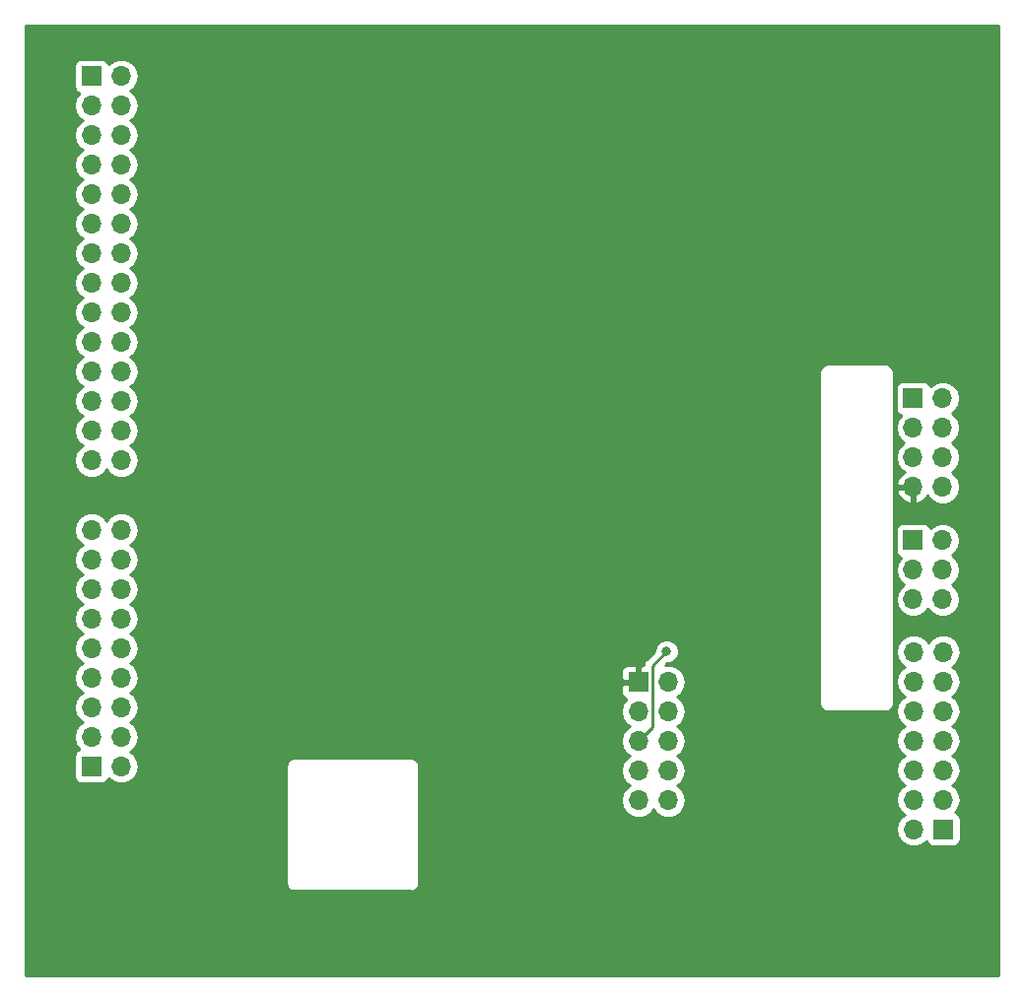
<source format=gbr>
G04 #@! TF.GenerationSoftware,KiCad,Pcbnew,(5.0.0)*
G04 #@! TF.CreationDate,2018-09-25T21:46:24+02:00*
G04 #@! TF.ProjectId,ESP32-Wrover-kit-debug-breakout,45535033322D57726F7665722D6B6974,rev?*
G04 #@! TF.SameCoordinates,Original*
G04 #@! TF.FileFunction,Copper,L2,Bot,Signal*
G04 #@! TF.FilePolarity,Positive*
%FSLAX46Y46*%
G04 Gerber Fmt 4.6, Leading zero omitted, Abs format (unit mm)*
G04 Created by KiCad (PCBNEW (5.0.0)) date 09/25/18 21:46:24*
%MOMM*%
%LPD*%
G01*
G04 APERTURE LIST*
G04 #@! TA.AperFunction,ComponentPad*
%ADD10R,1.700000X1.700000*%
G04 #@! TD*
G04 #@! TA.AperFunction,ComponentPad*
%ADD11O,1.700000X1.700000*%
G04 #@! TD*
G04 #@! TA.AperFunction,ViaPad*
%ADD12C,0.800000*%
G04 #@! TD*
G04 #@! TA.AperFunction,Conductor*
%ADD13C,0.250000*%
G04 #@! TD*
G04 #@! TA.AperFunction,Conductor*
%ADD14C,0.254000*%
G04 #@! TD*
G04 APERTURE END LIST*
D10*
G04 #@! TO.P,J101,1*
G04 #@! TO.N,Net-(J101-Pad1)*
X56350000Y-55080000D03*
D11*
G04 #@! TO.P,J101,2*
G04 #@! TO.N,Net-(J101-Pad2)*
X58890000Y-55080000D03*
G04 #@! TO.P,J101,3*
G04 #@! TO.N,Net-(J101-Pad3)*
X56350000Y-57620000D03*
G04 #@! TO.P,J101,4*
G04 #@! TO.N,Net-(J101-Pad4)*
X58890000Y-57620000D03*
G04 #@! TO.P,J101,5*
G04 #@! TO.N,Net-(J101-Pad5)*
X56350000Y-60160000D03*
G04 #@! TO.P,J101,6*
G04 #@! TO.N,Net-(J101-Pad6)*
X58890000Y-60160000D03*
G04 #@! TO.P,J101,7*
G04 #@! TO.N,Net-(J101-Pad7)*
X56350000Y-62700000D03*
G04 #@! TO.P,J101,8*
G04 #@! TO.N,Net-(J101-Pad8)*
X58890000Y-62700000D03*
G04 #@! TO.P,J101,9*
G04 #@! TO.N,Net-(J101-Pad9)*
X56350000Y-65240000D03*
G04 #@! TO.P,J101,10*
G04 #@! TO.N,Net-(J101-Pad10)*
X58890000Y-65240000D03*
G04 #@! TO.P,J101,11*
G04 #@! TO.N,Net-(J101-Pad11)*
X56350000Y-67780000D03*
G04 #@! TO.P,J101,12*
G04 #@! TO.N,Net-(J101-Pad12)*
X58890000Y-67780000D03*
G04 #@! TO.P,J101,13*
G04 #@! TO.N,Net-(J101-Pad13)*
X56350000Y-70320000D03*
G04 #@! TO.P,J101,14*
G04 #@! TO.N,Net-(J101-Pad14)*
X58890000Y-70320000D03*
G04 #@! TO.P,J101,15*
G04 #@! TO.N,Net-(J101-Pad15)*
X56350000Y-72860000D03*
G04 #@! TO.P,J101,16*
G04 #@! TO.N,Net-(J101-Pad16)*
X58890000Y-72860000D03*
G04 #@! TO.P,J101,17*
G04 #@! TO.N,Net-(J101-Pad17)*
X56350000Y-75400000D03*
G04 #@! TO.P,J101,18*
G04 #@! TO.N,Net-(J101-Pad18)*
X58890000Y-75400000D03*
G04 #@! TO.P,J101,19*
G04 #@! TO.N,Net-(J101-Pad19)*
X56350000Y-77940000D03*
G04 #@! TO.P,J101,20*
G04 #@! TO.N,Net-(J101-Pad20)*
X58890000Y-77940000D03*
G04 #@! TO.P,J101,21*
G04 #@! TO.N,Net-(J101-Pad21)*
X56350000Y-80480000D03*
G04 #@! TO.P,J101,22*
G04 #@! TO.N,Net-(J101-Pad22)*
X58890000Y-80480000D03*
G04 #@! TO.P,J101,23*
G04 #@! TO.N,Net-(J101-Pad23)*
X56350000Y-83020000D03*
G04 #@! TO.P,J101,24*
G04 #@! TO.N,Net-(J101-Pad24)*
X58890000Y-83020000D03*
G04 #@! TO.P,J101,25*
G04 #@! TO.N,Net-(J101-Pad25)*
X56350000Y-85560000D03*
G04 #@! TO.P,J101,26*
G04 #@! TO.N,/IO0_Boot_option*
X58890000Y-85560000D03*
G04 #@! TO.P,J101,27*
G04 #@! TO.N,Net-(J101-Pad27)*
X56350000Y-88100000D03*
G04 #@! TO.P,J101,28*
G04 #@! TO.N,Net-(J101-Pad28)*
X58890000Y-88100000D03*
G04 #@! TD*
D10*
G04 #@! TO.P,J106,1*
G04 #@! TO.N,GND*
X103340000Y-107150000D03*
D11*
G04 #@! TO.P,J106,2*
G04 #@! TO.N,/IO0_Boot_option*
X105880000Y-107150000D03*
G04 #@! TO.P,J106,3*
G04 #@! TO.N,/CH_Enable*
X103340000Y-109690000D03*
G04 #@! TO.P,J106,4*
G04 #@! TO.N,/MTCK*
X105880000Y-109690000D03*
G04 #@! TO.P,J106,5*
G04 #@! TO.N,/TDX*
X103340000Y-112230000D03*
G04 #@! TO.P,J106,6*
G04 #@! TO.N,/MTDI*
X105880000Y-112230000D03*
G04 #@! TO.P,J106,7*
G04 #@! TO.N,/RDX*
X103340000Y-114770000D03*
G04 #@! TO.P,J106,8*
G04 #@! TO.N,/MTDO*
X105880000Y-114770000D03*
G04 #@! TO.P,J106,9*
G04 #@! TO.N,Net-(J106-Pad9)*
X103340000Y-117310000D03*
G04 #@! TO.P,J106,10*
G04 #@! TO.N,/MTMS*
X105880000Y-117310000D03*
G04 #@! TD*
D10*
G04 #@! TO.P,J102,1*
G04 #@! TO.N,Net-(J102-Pad1)*
X56350000Y-114389000D03*
D11*
G04 #@! TO.P,J102,2*
G04 #@! TO.N,Net-(J102-Pad2)*
X58890000Y-114389000D03*
G04 #@! TO.P,J102,3*
G04 #@! TO.N,Net-(J102-Pad3)*
X56350000Y-111849000D03*
G04 #@! TO.P,J102,4*
G04 #@! TO.N,Net-(J102-Pad4)*
X58890000Y-111849000D03*
G04 #@! TO.P,J102,5*
G04 #@! TO.N,Net-(J102-Pad5)*
X56350000Y-109309000D03*
G04 #@! TO.P,J102,6*
G04 #@! TO.N,Net-(J102-Pad6)*
X58890000Y-109309000D03*
G04 #@! TO.P,J102,7*
G04 #@! TO.N,Net-(J102-Pad7)*
X56350000Y-106769000D03*
G04 #@! TO.P,J102,8*
G04 #@! TO.N,Net-(J102-Pad8)*
X58890000Y-106769000D03*
G04 #@! TO.P,J102,9*
G04 #@! TO.N,Net-(J102-Pad9)*
X56350000Y-104229000D03*
G04 #@! TO.P,J102,10*
G04 #@! TO.N,Net-(J102-Pad10)*
X58890000Y-104229000D03*
G04 #@! TO.P,J102,11*
G04 #@! TO.N,Net-(J102-Pad11)*
X56350000Y-101689000D03*
G04 #@! TO.P,J102,12*
G04 #@! TO.N,Net-(J102-Pad12)*
X58890000Y-101689000D03*
G04 #@! TO.P,J102,13*
G04 #@! TO.N,Net-(J102-Pad13)*
X56350000Y-99149000D03*
G04 #@! TO.P,J102,14*
G04 #@! TO.N,Net-(J102-Pad14)*
X58890000Y-99149000D03*
G04 #@! TO.P,J102,15*
G04 #@! TO.N,Net-(J102-Pad15)*
X56350000Y-96609000D03*
G04 #@! TO.P,J102,16*
G04 #@! TO.N,Net-(J102-Pad16)*
X58890000Y-96609000D03*
G04 #@! TO.P,J102,17*
G04 #@! TO.N,Net-(J102-Pad17)*
X56350000Y-94069000D03*
G04 #@! TO.P,J102,18*
G04 #@! TO.N,Net-(J102-Pad18)*
X58890000Y-94069000D03*
G04 #@! TD*
D10*
G04 #@! TO.P,J104,1*
G04 #@! TO.N,Net-(J104-Pad1)*
X126929000Y-94980000D03*
D11*
G04 #@! TO.P,J104,2*
G04 #@! TO.N,Net-(J104-Pad2)*
X129469000Y-94980000D03*
G04 #@! TO.P,J104,3*
G04 #@! TO.N,Net-(J104-Pad3)*
X126929000Y-97520000D03*
G04 #@! TO.P,J104,4*
G04 #@! TO.N,Net-(J104-Pad4)*
X129469000Y-97520000D03*
G04 #@! TO.P,J104,5*
G04 #@! TO.N,Net-(J104-Pad5)*
X126929000Y-100060000D03*
G04 #@! TO.P,J104,6*
G04 #@! TO.N,Net-(J104-Pad6)*
X129469000Y-100060000D03*
G04 #@! TD*
D10*
G04 #@! TO.P,J103,1*
G04 #@! TO.N,Net-(J103-Pad1)*
X126929000Y-82767000D03*
D11*
G04 #@! TO.P,J103,2*
G04 #@! TO.N,Net-(J103-Pad2)*
X129469000Y-82767000D03*
G04 #@! TO.P,J103,3*
G04 #@! TO.N,/RDX*
X126929000Y-85307000D03*
G04 #@! TO.P,J103,4*
G04 #@! TO.N,Net-(J103-Pad4)*
X129469000Y-85307000D03*
G04 #@! TO.P,J103,5*
G04 #@! TO.N,/TDX*
X126929000Y-87847000D03*
G04 #@! TO.P,J103,6*
G04 #@! TO.N,Net-(J103-Pad6)*
X129469000Y-87847000D03*
G04 #@! TO.P,J103,7*
G04 #@! TO.N,GND*
X126929000Y-90387000D03*
G04 #@! TO.P,J103,8*
G04 #@! TO.N,Net-(J103-Pad8)*
X129469000Y-90387000D03*
G04 #@! TD*
D10*
G04 #@! TO.P,J105,1*
G04 #@! TO.N,Net-(J105-Pad1)*
X129509000Y-119792000D03*
D11*
G04 #@! TO.P,J105,2*
G04 #@! TO.N,/CH_Enable*
X126969000Y-119792000D03*
G04 #@! TO.P,J105,3*
G04 #@! TO.N,Net-(J105-Pad3)*
X129509000Y-117252000D03*
G04 #@! TO.P,J105,4*
G04 #@! TO.N,/MTMS*
X126969000Y-117252000D03*
G04 #@! TO.P,J105,5*
G04 #@! TO.N,Net-(J105-Pad5)*
X129509000Y-114712000D03*
G04 #@! TO.P,J105,6*
G04 #@! TO.N,/MTDO*
X126969000Y-114712000D03*
G04 #@! TO.P,J105,7*
G04 #@! TO.N,Net-(J105-Pad7)*
X129509000Y-112172000D03*
G04 #@! TO.P,J105,8*
G04 #@! TO.N,/MTDI*
X126969000Y-112172000D03*
G04 #@! TO.P,J105,9*
G04 #@! TO.N,Net-(J105-Pad9)*
X129509000Y-109632000D03*
G04 #@! TO.P,J105,10*
G04 #@! TO.N,/MTCK*
X126969000Y-109632000D03*
G04 #@! TO.P,J105,11*
G04 #@! TO.N,Net-(J105-Pad11)*
X129509000Y-107092000D03*
G04 #@! TO.P,J105,12*
G04 #@! TO.N,Net-(J105-Pad12)*
X126969000Y-107092000D03*
G04 #@! TO.P,J105,13*
G04 #@! TO.N,Net-(J105-Pad13)*
X129509000Y-104552000D03*
G04 #@! TO.P,J105,14*
G04 #@! TO.N,Net-(J105-Pad14)*
X126969000Y-104552000D03*
G04 #@! TD*
D12*
G04 #@! TO.N,GND*
X51100000Y-51070000D03*
X56100000Y-51070000D03*
X61100000Y-51070000D03*
X66100000Y-51070000D03*
X71100000Y-51070000D03*
X76100000Y-51070000D03*
X81100000Y-51070000D03*
X86100000Y-51070000D03*
X91100000Y-51070000D03*
X96100000Y-51070000D03*
X101100000Y-51070000D03*
X106100000Y-51070000D03*
X111100000Y-51070000D03*
X116100000Y-51070000D03*
X121100000Y-51070000D03*
X126100000Y-51070000D03*
X51100000Y-131070000D03*
X62220000Y-131870000D03*
X67220000Y-131870000D03*
X72220000Y-131870000D03*
X77220000Y-131870000D03*
X82220000Y-131870000D03*
X87220000Y-131870000D03*
X92220000Y-131870000D03*
X97220000Y-131870000D03*
X102220000Y-131870000D03*
X107220000Y-131870000D03*
X112220000Y-131870000D03*
X122220000Y-131870000D03*
X127220000Y-131870000D03*
X133760000Y-51070000D03*
X51100000Y-56070000D03*
X51100000Y-61070000D03*
X51100000Y-66070000D03*
X51100000Y-71070000D03*
X51100000Y-76070000D03*
X51100000Y-81070000D03*
X51100000Y-86070000D03*
X51100000Y-91070000D03*
X51100000Y-96070000D03*
X51100000Y-101070000D03*
X51100000Y-106070000D03*
X51100000Y-111070000D03*
X51100000Y-116070000D03*
X51100000Y-121070000D03*
X51100000Y-126070000D03*
X51100000Y-131070000D03*
X133760000Y-56070000D03*
X133760000Y-61070000D03*
X133760000Y-66070000D03*
X133760000Y-71070000D03*
X133760000Y-76070000D03*
X133760000Y-81070000D03*
X133760000Y-86070000D03*
X133760000Y-91070000D03*
X133760000Y-96070000D03*
X133760000Y-101070000D03*
X133760000Y-106070000D03*
X133760000Y-111070000D03*
X133760000Y-116070000D03*
X133760000Y-121070000D03*
X133760000Y-126070000D03*
X133760000Y-131070000D03*
X55080000Y-131870000D03*
X130010000Y-72860000D03*
X130010000Y-80480000D03*
X109690000Y-110960000D03*
X123660000Y-110960000D03*
X123660000Y-113500000D03*
X123660000Y-116040000D03*
X123660000Y-118580000D03*
X109690000Y-118580000D03*
X109690000Y-116040000D03*
X109690000Y-113500000D03*
X118199000Y-83316000D03*
X108928000Y-92841000D03*
X118199000Y-87808000D03*
X118199000Y-92808000D03*
X118199000Y-97808000D03*
X118199000Y-102808000D03*
X118199000Y-107808000D03*
X113373000Y-107827000D03*
X108928000Y-97841000D03*
X108928000Y-102841000D03*
X108928000Y-107841000D03*
X112230000Y-89539000D03*
X115532000Y-86364000D03*
X72479000Y-113161000D03*
X77479000Y-113161000D03*
X82479000Y-113161000D03*
X85193000Y-113161000D03*
X72479000Y-118161000D03*
X85193000Y-118161000D03*
X72479000Y-123161000D03*
X85193000Y-123161000D03*
X72479000Y-125748000D03*
X77479000Y-125748000D03*
X82479000Y-125748000D03*
X85193000Y-125748000D03*
X117220000Y-131870000D03*
G04 #@! TO.N,/TDX*
X105753000Y-104525000D03*
G04 #@! TD*
D13*
G04 #@! TO.N,/TDX*
X104189999Y-111380001D02*
X103340000Y-112230000D01*
X104515001Y-111054999D02*
X104189999Y-111380001D01*
X104515001Y-105762999D02*
X104515001Y-111054999D01*
X105753000Y-104525000D02*
X104515001Y-105762999D01*
G04 #@! TD*
D14*
G04 #@! TO.N,GND*
G36*
X134290001Y-132390000D02*
X50710000Y-132390000D01*
X50710000Y-94069000D01*
X54835908Y-94069000D01*
X54951161Y-94648418D01*
X55279375Y-95139625D01*
X55577761Y-95339000D01*
X55279375Y-95538375D01*
X54951161Y-96029582D01*
X54835908Y-96609000D01*
X54951161Y-97188418D01*
X55279375Y-97679625D01*
X55577761Y-97879000D01*
X55279375Y-98078375D01*
X54951161Y-98569582D01*
X54835908Y-99149000D01*
X54951161Y-99728418D01*
X55279375Y-100219625D01*
X55577761Y-100419000D01*
X55279375Y-100618375D01*
X54951161Y-101109582D01*
X54835908Y-101689000D01*
X54951161Y-102268418D01*
X55279375Y-102759625D01*
X55577761Y-102959000D01*
X55279375Y-103158375D01*
X54951161Y-103649582D01*
X54835908Y-104229000D01*
X54951161Y-104808418D01*
X55279375Y-105299625D01*
X55577761Y-105499000D01*
X55279375Y-105698375D01*
X54951161Y-106189582D01*
X54835908Y-106769000D01*
X54951161Y-107348418D01*
X55279375Y-107839625D01*
X55577761Y-108039000D01*
X55279375Y-108238375D01*
X54951161Y-108729582D01*
X54835908Y-109309000D01*
X54951161Y-109888418D01*
X55279375Y-110379625D01*
X55577761Y-110579000D01*
X55279375Y-110778375D01*
X54951161Y-111269582D01*
X54835908Y-111849000D01*
X54951161Y-112428418D01*
X55279375Y-112919625D01*
X55297619Y-112931816D01*
X55252235Y-112940843D01*
X55042191Y-113081191D01*
X54901843Y-113291235D01*
X54852560Y-113539000D01*
X54852560Y-115239000D01*
X54901843Y-115486765D01*
X55042191Y-115696809D01*
X55252235Y-115837157D01*
X55500000Y-115886440D01*
X57200000Y-115886440D01*
X57447765Y-115837157D01*
X57657809Y-115696809D01*
X57798157Y-115486765D01*
X57807184Y-115441381D01*
X57819375Y-115459625D01*
X58310582Y-115787839D01*
X58743744Y-115874000D01*
X59036256Y-115874000D01*
X59469418Y-115787839D01*
X59960625Y-115459625D01*
X60288839Y-114968418D01*
X60401307Y-114403000D01*
X73039091Y-114403000D01*
X73053000Y-114472926D01*
X73053001Y-124333069D01*
X73039091Y-124403000D01*
X73094195Y-124680028D01*
X73251119Y-124914881D01*
X73485972Y-125071805D01*
X73693074Y-125113000D01*
X73693075Y-125113000D01*
X73763000Y-125126909D01*
X73832926Y-125113000D01*
X83693075Y-125113000D01*
X83763000Y-125126909D01*
X84040028Y-125071805D01*
X84274881Y-124914881D01*
X84431805Y-124680028D01*
X84473000Y-124472926D01*
X84486909Y-124403000D01*
X84473000Y-124333074D01*
X84473000Y-114472926D01*
X84486909Y-114403000D01*
X84431805Y-114125972D01*
X84274881Y-113891119D01*
X84040028Y-113734195D01*
X83832926Y-113693000D01*
X83832925Y-113693000D01*
X83763000Y-113679091D01*
X83693074Y-113693000D01*
X73832925Y-113693000D01*
X73763000Y-113679091D01*
X73693074Y-113693000D01*
X73485972Y-113734195D01*
X73251119Y-113891119D01*
X73094195Y-114125972D01*
X73039091Y-114403000D01*
X60401307Y-114403000D01*
X60404092Y-114389000D01*
X60288839Y-113809582D01*
X59960625Y-113318375D01*
X59662239Y-113119000D01*
X59960625Y-112919625D01*
X60288839Y-112428418D01*
X60404092Y-111849000D01*
X60288839Y-111269582D01*
X59960625Y-110778375D01*
X59662239Y-110579000D01*
X59960625Y-110379625D01*
X60288839Y-109888418D01*
X60328306Y-109690000D01*
X101825908Y-109690000D01*
X101941161Y-110269418D01*
X102269375Y-110760625D01*
X102567761Y-110960000D01*
X102269375Y-111159375D01*
X101941161Y-111650582D01*
X101825908Y-112230000D01*
X101941161Y-112809418D01*
X102269375Y-113300625D01*
X102567761Y-113500000D01*
X102269375Y-113699375D01*
X101941161Y-114190582D01*
X101825908Y-114770000D01*
X101941161Y-115349418D01*
X102269375Y-115840625D01*
X102567761Y-116040000D01*
X102269375Y-116239375D01*
X101941161Y-116730582D01*
X101825908Y-117310000D01*
X101941161Y-117889418D01*
X102269375Y-118380625D01*
X102760582Y-118708839D01*
X103193744Y-118795000D01*
X103486256Y-118795000D01*
X103919418Y-118708839D01*
X104410625Y-118380625D01*
X104610000Y-118082239D01*
X104809375Y-118380625D01*
X105300582Y-118708839D01*
X105733744Y-118795000D01*
X106026256Y-118795000D01*
X106459418Y-118708839D01*
X106950625Y-118380625D01*
X107278839Y-117889418D01*
X107394092Y-117310000D01*
X107278839Y-116730582D01*
X106950625Y-116239375D01*
X106652239Y-116040000D01*
X106950625Y-115840625D01*
X107278839Y-115349418D01*
X107394092Y-114770000D01*
X107278839Y-114190582D01*
X106950625Y-113699375D01*
X106652239Y-113500000D01*
X106950625Y-113300625D01*
X107278839Y-112809418D01*
X107394092Y-112230000D01*
X107278839Y-111650582D01*
X106950625Y-111159375D01*
X106652239Y-110960000D01*
X106950625Y-110760625D01*
X107278839Y-110269418D01*
X107394092Y-109690000D01*
X107278839Y-109110582D01*
X106950625Y-108619375D01*
X106652239Y-108420000D01*
X106950625Y-108220625D01*
X107278839Y-107729418D01*
X107394092Y-107150000D01*
X107278839Y-106570582D01*
X106950625Y-106079375D01*
X106459418Y-105751161D01*
X106026256Y-105665000D01*
X105733744Y-105665000D01*
X105676394Y-105676408D01*
X105792802Y-105560000D01*
X105958874Y-105560000D01*
X106339280Y-105402431D01*
X106630431Y-105111280D01*
X106788000Y-104730874D01*
X106788000Y-104319126D01*
X106630431Y-103938720D01*
X106339280Y-103647569D01*
X105958874Y-103490000D01*
X105547126Y-103490000D01*
X105166720Y-103647569D01*
X104875569Y-103938720D01*
X104718000Y-104319126D01*
X104718000Y-104485198D01*
X104030531Y-105172668D01*
X103967072Y-105215070D01*
X103799097Y-105466463D01*
X103759605Y-105665000D01*
X103625750Y-105665000D01*
X103467000Y-105823750D01*
X103467000Y-107023000D01*
X103487000Y-107023000D01*
X103487000Y-107277000D01*
X103467000Y-107277000D01*
X103467000Y-107297000D01*
X103213000Y-107297000D01*
X103213000Y-107277000D01*
X102013750Y-107277000D01*
X101855000Y-107435750D01*
X101855000Y-108126310D01*
X101951673Y-108359699D01*
X102130302Y-108538327D01*
X102291033Y-108604904D01*
X102269375Y-108619375D01*
X101941161Y-109110582D01*
X101825908Y-109690000D01*
X60328306Y-109690000D01*
X60404092Y-109309000D01*
X60288839Y-108729582D01*
X59960625Y-108238375D01*
X59662239Y-108039000D01*
X59960625Y-107839625D01*
X60288839Y-107348418D01*
X60404092Y-106769000D01*
X60288839Y-106189582D01*
X60278221Y-106173690D01*
X101855000Y-106173690D01*
X101855000Y-106864250D01*
X102013750Y-107023000D01*
X103213000Y-107023000D01*
X103213000Y-105823750D01*
X103054250Y-105665000D01*
X102363691Y-105665000D01*
X102130302Y-105761673D01*
X101951673Y-105940301D01*
X101855000Y-106173690D01*
X60278221Y-106173690D01*
X59960625Y-105698375D01*
X59662239Y-105499000D01*
X59960625Y-105299625D01*
X60288839Y-104808418D01*
X60404092Y-104229000D01*
X60288839Y-103649582D01*
X59960625Y-103158375D01*
X59662239Y-102959000D01*
X59960625Y-102759625D01*
X60288839Y-102268418D01*
X60404092Y-101689000D01*
X60288839Y-101109582D01*
X59960625Y-100618375D01*
X59662239Y-100419000D01*
X59960625Y-100219625D01*
X60288839Y-99728418D01*
X60404092Y-99149000D01*
X60288839Y-98569582D01*
X59960625Y-98078375D01*
X59662239Y-97879000D01*
X59960625Y-97679625D01*
X60288839Y-97188418D01*
X60404092Y-96609000D01*
X60288839Y-96029582D01*
X59960625Y-95538375D01*
X59662239Y-95339000D01*
X59960625Y-95139625D01*
X60288839Y-94648418D01*
X60404092Y-94069000D01*
X60288839Y-93489582D01*
X59960625Y-92998375D01*
X59469418Y-92670161D01*
X59036256Y-92584000D01*
X58743744Y-92584000D01*
X58310582Y-92670161D01*
X57819375Y-92998375D01*
X57620000Y-93296761D01*
X57420625Y-92998375D01*
X56929418Y-92670161D01*
X56496256Y-92584000D01*
X56203744Y-92584000D01*
X55770582Y-92670161D01*
X55279375Y-92998375D01*
X54951161Y-93489582D01*
X54835908Y-94069000D01*
X50710000Y-94069000D01*
X50710000Y-57620000D01*
X54835908Y-57620000D01*
X54951161Y-58199418D01*
X55279375Y-58690625D01*
X55577761Y-58890000D01*
X55279375Y-59089375D01*
X54951161Y-59580582D01*
X54835908Y-60160000D01*
X54951161Y-60739418D01*
X55279375Y-61230625D01*
X55577761Y-61430000D01*
X55279375Y-61629375D01*
X54951161Y-62120582D01*
X54835908Y-62700000D01*
X54951161Y-63279418D01*
X55279375Y-63770625D01*
X55577761Y-63970000D01*
X55279375Y-64169375D01*
X54951161Y-64660582D01*
X54835908Y-65240000D01*
X54951161Y-65819418D01*
X55279375Y-66310625D01*
X55577761Y-66510000D01*
X55279375Y-66709375D01*
X54951161Y-67200582D01*
X54835908Y-67780000D01*
X54951161Y-68359418D01*
X55279375Y-68850625D01*
X55577761Y-69050000D01*
X55279375Y-69249375D01*
X54951161Y-69740582D01*
X54835908Y-70320000D01*
X54951161Y-70899418D01*
X55279375Y-71390625D01*
X55577761Y-71590000D01*
X55279375Y-71789375D01*
X54951161Y-72280582D01*
X54835908Y-72860000D01*
X54951161Y-73439418D01*
X55279375Y-73930625D01*
X55577761Y-74130000D01*
X55279375Y-74329375D01*
X54951161Y-74820582D01*
X54835908Y-75400000D01*
X54951161Y-75979418D01*
X55279375Y-76470625D01*
X55577761Y-76670000D01*
X55279375Y-76869375D01*
X54951161Y-77360582D01*
X54835908Y-77940000D01*
X54951161Y-78519418D01*
X55279375Y-79010625D01*
X55577761Y-79210000D01*
X55279375Y-79409375D01*
X54951161Y-79900582D01*
X54835908Y-80480000D01*
X54951161Y-81059418D01*
X55279375Y-81550625D01*
X55577761Y-81750000D01*
X55279375Y-81949375D01*
X54951161Y-82440582D01*
X54835908Y-83020000D01*
X54951161Y-83599418D01*
X55279375Y-84090625D01*
X55577761Y-84290000D01*
X55279375Y-84489375D01*
X54951161Y-84980582D01*
X54835908Y-85560000D01*
X54951161Y-86139418D01*
X55279375Y-86630625D01*
X55577761Y-86830000D01*
X55279375Y-87029375D01*
X54951161Y-87520582D01*
X54835908Y-88100000D01*
X54951161Y-88679418D01*
X55279375Y-89170625D01*
X55770582Y-89498839D01*
X56203744Y-89585000D01*
X56496256Y-89585000D01*
X56929418Y-89498839D01*
X57420625Y-89170625D01*
X57620000Y-88872239D01*
X57819375Y-89170625D01*
X58310582Y-89498839D01*
X58743744Y-89585000D01*
X59036256Y-89585000D01*
X59469418Y-89498839D01*
X59960625Y-89170625D01*
X60288839Y-88679418D01*
X60404092Y-88100000D01*
X60288839Y-87520582D01*
X59960625Y-87029375D01*
X59662239Y-86830000D01*
X59960625Y-86630625D01*
X60288839Y-86139418D01*
X60404092Y-85560000D01*
X60288839Y-84980582D01*
X59960625Y-84489375D01*
X59662239Y-84290000D01*
X59960625Y-84090625D01*
X60288839Y-83599418D01*
X60404092Y-83020000D01*
X60288839Y-82440582D01*
X59960625Y-81949375D01*
X59662239Y-81750000D01*
X59960625Y-81550625D01*
X60288839Y-81059418D01*
X60395737Y-80522000D01*
X118872091Y-80522000D01*
X118886001Y-80591931D01*
X118886000Y-108900074D01*
X118872091Y-108970000D01*
X118927195Y-109247028D01*
X119084119Y-109481881D01*
X119308788Y-109632000D01*
X119318972Y-109638805D01*
X119596000Y-109693909D01*
X119665925Y-109680000D01*
X124479075Y-109680000D01*
X124549000Y-109693909D01*
X124826028Y-109638805D01*
X125060881Y-109481881D01*
X125217805Y-109247028D01*
X125259000Y-109039926D01*
X125259000Y-109039925D01*
X125272909Y-108970000D01*
X125259000Y-108900074D01*
X125259000Y-104552000D01*
X125454908Y-104552000D01*
X125570161Y-105131418D01*
X125898375Y-105622625D01*
X126196761Y-105822000D01*
X125898375Y-106021375D01*
X125570161Y-106512582D01*
X125454908Y-107092000D01*
X125570161Y-107671418D01*
X125898375Y-108162625D01*
X126196761Y-108362000D01*
X125898375Y-108561375D01*
X125570161Y-109052582D01*
X125454908Y-109632000D01*
X125570161Y-110211418D01*
X125898375Y-110702625D01*
X126196761Y-110902000D01*
X125898375Y-111101375D01*
X125570161Y-111592582D01*
X125454908Y-112172000D01*
X125570161Y-112751418D01*
X125898375Y-113242625D01*
X126196761Y-113442000D01*
X125898375Y-113641375D01*
X125570161Y-114132582D01*
X125454908Y-114712000D01*
X125570161Y-115291418D01*
X125898375Y-115782625D01*
X126196761Y-115982000D01*
X125898375Y-116181375D01*
X125570161Y-116672582D01*
X125454908Y-117252000D01*
X125570161Y-117831418D01*
X125898375Y-118322625D01*
X126196761Y-118522000D01*
X125898375Y-118721375D01*
X125570161Y-119212582D01*
X125454908Y-119792000D01*
X125570161Y-120371418D01*
X125898375Y-120862625D01*
X126389582Y-121190839D01*
X126822744Y-121277000D01*
X127115256Y-121277000D01*
X127548418Y-121190839D01*
X128039625Y-120862625D01*
X128051816Y-120844381D01*
X128060843Y-120889765D01*
X128201191Y-121099809D01*
X128411235Y-121240157D01*
X128659000Y-121289440D01*
X130359000Y-121289440D01*
X130606765Y-121240157D01*
X130816809Y-121099809D01*
X130957157Y-120889765D01*
X131006440Y-120642000D01*
X131006440Y-118942000D01*
X130957157Y-118694235D01*
X130816809Y-118484191D01*
X130606765Y-118343843D01*
X130561381Y-118334816D01*
X130579625Y-118322625D01*
X130907839Y-117831418D01*
X131023092Y-117252000D01*
X130907839Y-116672582D01*
X130579625Y-116181375D01*
X130281239Y-115982000D01*
X130579625Y-115782625D01*
X130907839Y-115291418D01*
X131023092Y-114712000D01*
X130907839Y-114132582D01*
X130579625Y-113641375D01*
X130281239Y-113442000D01*
X130579625Y-113242625D01*
X130907839Y-112751418D01*
X131023092Y-112172000D01*
X130907839Y-111592582D01*
X130579625Y-111101375D01*
X130281239Y-110902000D01*
X130579625Y-110702625D01*
X130907839Y-110211418D01*
X131023092Y-109632000D01*
X130907839Y-109052582D01*
X130579625Y-108561375D01*
X130281239Y-108362000D01*
X130579625Y-108162625D01*
X130907839Y-107671418D01*
X131023092Y-107092000D01*
X130907839Y-106512582D01*
X130579625Y-106021375D01*
X130281239Y-105822000D01*
X130579625Y-105622625D01*
X130907839Y-105131418D01*
X131023092Y-104552000D01*
X130907839Y-103972582D01*
X130579625Y-103481375D01*
X130088418Y-103153161D01*
X129655256Y-103067000D01*
X129362744Y-103067000D01*
X128929582Y-103153161D01*
X128438375Y-103481375D01*
X128239000Y-103779761D01*
X128039625Y-103481375D01*
X127548418Y-103153161D01*
X127115256Y-103067000D01*
X126822744Y-103067000D01*
X126389582Y-103153161D01*
X125898375Y-103481375D01*
X125570161Y-103972582D01*
X125454908Y-104552000D01*
X125259000Y-104552000D01*
X125259000Y-97520000D01*
X125414908Y-97520000D01*
X125530161Y-98099418D01*
X125858375Y-98590625D01*
X126156761Y-98790000D01*
X125858375Y-98989375D01*
X125530161Y-99480582D01*
X125414908Y-100060000D01*
X125530161Y-100639418D01*
X125858375Y-101130625D01*
X126349582Y-101458839D01*
X126782744Y-101545000D01*
X127075256Y-101545000D01*
X127508418Y-101458839D01*
X127999625Y-101130625D01*
X128199000Y-100832239D01*
X128398375Y-101130625D01*
X128889582Y-101458839D01*
X129322744Y-101545000D01*
X129615256Y-101545000D01*
X130048418Y-101458839D01*
X130539625Y-101130625D01*
X130867839Y-100639418D01*
X130983092Y-100060000D01*
X130867839Y-99480582D01*
X130539625Y-98989375D01*
X130241239Y-98790000D01*
X130539625Y-98590625D01*
X130867839Y-98099418D01*
X130983092Y-97520000D01*
X130867839Y-96940582D01*
X130539625Y-96449375D01*
X130241239Y-96250000D01*
X130539625Y-96050625D01*
X130867839Y-95559418D01*
X130983092Y-94980000D01*
X130867839Y-94400582D01*
X130539625Y-93909375D01*
X130048418Y-93581161D01*
X129615256Y-93495000D01*
X129322744Y-93495000D01*
X128889582Y-93581161D01*
X128398375Y-93909375D01*
X128386184Y-93927619D01*
X128377157Y-93882235D01*
X128236809Y-93672191D01*
X128026765Y-93531843D01*
X127779000Y-93482560D01*
X126079000Y-93482560D01*
X125831235Y-93531843D01*
X125621191Y-93672191D01*
X125480843Y-93882235D01*
X125431560Y-94130000D01*
X125431560Y-95830000D01*
X125480843Y-96077765D01*
X125621191Y-96287809D01*
X125831235Y-96428157D01*
X125876619Y-96437184D01*
X125858375Y-96449375D01*
X125530161Y-96940582D01*
X125414908Y-97520000D01*
X125259000Y-97520000D01*
X125259000Y-90743890D01*
X125487524Y-90743890D01*
X125657355Y-91153924D01*
X126047642Y-91582183D01*
X126572108Y-91828486D01*
X126802000Y-91707819D01*
X126802000Y-90514000D01*
X125608845Y-90514000D01*
X125487524Y-90743890D01*
X125259000Y-90743890D01*
X125259000Y-85307000D01*
X125414908Y-85307000D01*
X125530161Y-85886418D01*
X125858375Y-86377625D01*
X126156761Y-86577000D01*
X125858375Y-86776375D01*
X125530161Y-87267582D01*
X125414908Y-87847000D01*
X125530161Y-88426418D01*
X125858375Y-88917625D01*
X126177478Y-89130843D01*
X126047642Y-89191817D01*
X125657355Y-89620076D01*
X125487524Y-90030110D01*
X125608845Y-90260000D01*
X126802000Y-90260000D01*
X126802000Y-90240000D01*
X127056000Y-90240000D01*
X127056000Y-90260000D01*
X127076000Y-90260000D01*
X127076000Y-90514000D01*
X127056000Y-90514000D01*
X127056000Y-91707819D01*
X127285892Y-91828486D01*
X127810358Y-91582183D01*
X128197647Y-91157214D01*
X128398375Y-91457625D01*
X128889582Y-91785839D01*
X129322744Y-91872000D01*
X129615256Y-91872000D01*
X130048418Y-91785839D01*
X130539625Y-91457625D01*
X130867839Y-90966418D01*
X130983092Y-90387000D01*
X130867839Y-89807582D01*
X130539625Y-89316375D01*
X130241239Y-89117000D01*
X130539625Y-88917625D01*
X130867839Y-88426418D01*
X130983092Y-87847000D01*
X130867839Y-87267582D01*
X130539625Y-86776375D01*
X130241239Y-86577000D01*
X130539625Y-86377625D01*
X130867839Y-85886418D01*
X130983092Y-85307000D01*
X130867839Y-84727582D01*
X130539625Y-84236375D01*
X130241239Y-84037000D01*
X130539625Y-83837625D01*
X130867839Y-83346418D01*
X130983092Y-82767000D01*
X130867839Y-82187582D01*
X130539625Y-81696375D01*
X130048418Y-81368161D01*
X129615256Y-81282000D01*
X129322744Y-81282000D01*
X128889582Y-81368161D01*
X128398375Y-81696375D01*
X128386184Y-81714619D01*
X128377157Y-81669235D01*
X128236809Y-81459191D01*
X128026765Y-81318843D01*
X127779000Y-81269560D01*
X126079000Y-81269560D01*
X125831235Y-81318843D01*
X125621191Y-81459191D01*
X125480843Y-81669235D01*
X125431560Y-81917000D01*
X125431560Y-83617000D01*
X125480843Y-83864765D01*
X125621191Y-84074809D01*
X125831235Y-84215157D01*
X125876619Y-84224184D01*
X125858375Y-84236375D01*
X125530161Y-84727582D01*
X125414908Y-85307000D01*
X125259000Y-85307000D01*
X125259000Y-80591926D01*
X125272909Y-80522000D01*
X125217805Y-80244972D01*
X125060881Y-80010119D01*
X124826028Y-79853195D01*
X124618926Y-79812000D01*
X124618925Y-79812000D01*
X124549000Y-79798091D01*
X124479074Y-79812000D01*
X119665926Y-79812000D01*
X119596000Y-79798091D01*
X119526075Y-79812000D01*
X119526074Y-79812000D01*
X119318972Y-79853195D01*
X119084119Y-80010119D01*
X118927195Y-80244972D01*
X118872091Y-80522000D01*
X60395737Y-80522000D01*
X60404092Y-80480000D01*
X60288839Y-79900582D01*
X59960625Y-79409375D01*
X59662239Y-79210000D01*
X59960625Y-79010625D01*
X60288839Y-78519418D01*
X60404092Y-77940000D01*
X60288839Y-77360582D01*
X59960625Y-76869375D01*
X59662239Y-76670000D01*
X59960625Y-76470625D01*
X60288839Y-75979418D01*
X60404092Y-75400000D01*
X60288839Y-74820582D01*
X59960625Y-74329375D01*
X59662239Y-74130000D01*
X59960625Y-73930625D01*
X60288839Y-73439418D01*
X60404092Y-72860000D01*
X60288839Y-72280582D01*
X59960625Y-71789375D01*
X59662239Y-71590000D01*
X59960625Y-71390625D01*
X60288839Y-70899418D01*
X60404092Y-70320000D01*
X60288839Y-69740582D01*
X59960625Y-69249375D01*
X59662239Y-69050000D01*
X59960625Y-68850625D01*
X60288839Y-68359418D01*
X60404092Y-67780000D01*
X60288839Y-67200582D01*
X59960625Y-66709375D01*
X59662239Y-66510000D01*
X59960625Y-66310625D01*
X60288839Y-65819418D01*
X60404092Y-65240000D01*
X60288839Y-64660582D01*
X59960625Y-64169375D01*
X59662239Y-63970000D01*
X59960625Y-63770625D01*
X60288839Y-63279418D01*
X60404092Y-62700000D01*
X60288839Y-62120582D01*
X59960625Y-61629375D01*
X59662239Y-61430000D01*
X59960625Y-61230625D01*
X60288839Y-60739418D01*
X60404092Y-60160000D01*
X60288839Y-59580582D01*
X59960625Y-59089375D01*
X59662239Y-58890000D01*
X59960625Y-58690625D01*
X60288839Y-58199418D01*
X60404092Y-57620000D01*
X60288839Y-57040582D01*
X59960625Y-56549375D01*
X59662239Y-56350000D01*
X59960625Y-56150625D01*
X60288839Y-55659418D01*
X60404092Y-55080000D01*
X60288839Y-54500582D01*
X59960625Y-54009375D01*
X59469418Y-53681161D01*
X59036256Y-53595000D01*
X58743744Y-53595000D01*
X58310582Y-53681161D01*
X57819375Y-54009375D01*
X57807184Y-54027619D01*
X57798157Y-53982235D01*
X57657809Y-53772191D01*
X57447765Y-53631843D01*
X57200000Y-53582560D01*
X55500000Y-53582560D01*
X55252235Y-53631843D01*
X55042191Y-53772191D01*
X54901843Y-53982235D01*
X54852560Y-54230000D01*
X54852560Y-55930000D01*
X54901843Y-56177765D01*
X55042191Y-56387809D01*
X55252235Y-56528157D01*
X55297619Y-56537184D01*
X55279375Y-56549375D01*
X54951161Y-57040582D01*
X54835908Y-57620000D01*
X50710000Y-57620000D01*
X50710000Y-50710000D01*
X134290000Y-50710000D01*
X134290001Y-132390000D01*
X134290001Y-132390000D01*
G37*
X134290001Y-132390000D02*
X50710000Y-132390000D01*
X50710000Y-94069000D01*
X54835908Y-94069000D01*
X54951161Y-94648418D01*
X55279375Y-95139625D01*
X55577761Y-95339000D01*
X55279375Y-95538375D01*
X54951161Y-96029582D01*
X54835908Y-96609000D01*
X54951161Y-97188418D01*
X55279375Y-97679625D01*
X55577761Y-97879000D01*
X55279375Y-98078375D01*
X54951161Y-98569582D01*
X54835908Y-99149000D01*
X54951161Y-99728418D01*
X55279375Y-100219625D01*
X55577761Y-100419000D01*
X55279375Y-100618375D01*
X54951161Y-101109582D01*
X54835908Y-101689000D01*
X54951161Y-102268418D01*
X55279375Y-102759625D01*
X55577761Y-102959000D01*
X55279375Y-103158375D01*
X54951161Y-103649582D01*
X54835908Y-104229000D01*
X54951161Y-104808418D01*
X55279375Y-105299625D01*
X55577761Y-105499000D01*
X55279375Y-105698375D01*
X54951161Y-106189582D01*
X54835908Y-106769000D01*
X54951161Y-107348418D01*
X55279375Y-107839625D01*
X55577761Y-108039000D01*
X55279375Y-108238375D01*
X54951161Y-108729582D01*
X54835908Y-109309000D01*
X54951161Y-109888418D01*
X55279375Y-110379625D01*
X55577761Y-110579000D01*
X55279375Y-110778375D01*
X54951161Y-111269582D01*
X54835908Y-111849000D01*
X54951161Y-112428418D01*
X55279375Y-112919625D01*
X55297619Y-112931816D01*
X55252235Y-112940843D01*
X55042191Y-113081191D01*
X54901843Y-113291235D01*
X54852560Y-113539000D01*
X54852560Y-115239000D01*
X54901843Y-115486765D01*
X55042191Y-115696809D01*
X55252235Y-115837157D01*
X55500000Y-115886440D01*
X57200000Y-115886440D01*
X57447765Y-115837157D01*
X57657809Y-115696809D01*
X57798157Y-115486765D01*
X57807184Y-115441381D01*
X57819375Y-115459625D01*
X58310582Y-115787839D01*
X58743744Y-115874000D01*
X59036256Y-115874000D01*
X59469418Y-115787839D01*
X59960625Y-115459625D01*
X60288839Y-114968418D01*
X60401307Y-114403000D01*
X73039091Y-114403000D01*
X73053000Y-114472926D01*
X73053001Y-124333069D01*
X73039091Y-124403000D01*
X73094195Y-124680028D01*
X73251119Y-124914881D01*
X73485972Y-125071805D01*
X73693074Y-125113000D01*
X73693075Y-125113000D01*
X73763000Y-125126909D01*
X73832926Y-125113000D01*
X83693075Y-125113000D01*
X83763000Y-125126909D01*
X84040028Y-125071805D01*
X84274881Y-124914881D01*
X84431805Y-124680028D01*
X84473000Y-124472926D01*
X84486909Y-124403000D01*
X84473000Y-124333074D01*
X84473000Y-114472926D01*
X84486909Y-114403000D01*
X84431805Y-114125972D01*
X84274881Y-113891119D01*
X84040028Y-113734195D01*
X83832926Y-113693000D01*
X83832925Y-113693000D01*
X83763000Y-113679091D01*
X83693074Y-113693000D01*
X73832925Y-113693000D01*
X73763000Y-113679091D01*
X73693074Y-113693000D01*
X73485972Y-113734195D01*
X73251119Y-113891119D01*
X73094195Y-114125972D01*
X73039091Y-114403000D01*
X60401307Y-114403000D01*
X60404092Y-114389000D01*
X60288839Y-113809582D01*
X59960625Y-113318375D01*
X59662239Y-113119000D01*
X59960625Y-112919625D01*
X60288839Y-112428418D01*
X60404092Y-111849000D01*
X60288839Y-111269582D01*
X59960625Y-110778375D01*
X59662239Y-110579000D01*
X59960625Y-110379625D01*
X60288839Y-109888418D01*
X60328306Y-109690000D01*
X101825908Y-109690000D01*
X101941161Y-110269418D01*
X102269375Y-110760625D01*
X102567761Y-110960000D01*
X102269375Y-111159375D01*
X101941161Y-111650582D01*
X101825908Y-112230000D01*
X101941161Y-112809418D01*
X102269375Y-113300625D01*
X102567761Y-113500000D01*
X102269375Y-113699375D01*
X101941161Y-114190582D01*
X101825908Y-114770000D01*
X101941161Y-115349418D01*
X102269375Y-115840625D01*
X102567761Y-116040000D01*
X102269375Y-116239375D01*
X101941161Y-116730582D01*
X101825908Y-117310000D01*
X101941161Y-117889418D01*
X102269375Y-118380625D01*
X102760582Y-118708839D01*
X103193744Y-118795000D01*
X103486256Y-118795000D01*
X103919418Y-118708839D01*
X104410625Y-118380625D01*
X104610000Y-118082239D01*
X104809375Y-118380625D01*
X105300582Y-118708839D01*
X105733744Y-118795000D01*
X106026256Y-118795000D01*
X106459418Y-118708839D01*
X106950625Y-118380625D01*
X107278839Y-117889418D01*
X107394092Y-117310000D01*
X107278839Y-116730582D01*
X106950625Y-116239375D01*
X106652239Y-116040000D01*
X106950625Y-115840625D01*
X107278839Y-115349418D01*
X107394092Y-114770000D01*
X107278839Y-114190582D01*
X106950625Y-113699375D01*
X106652239Y-113500000D01*
X106950625Y-113300625D01*
X107278839Y-112809418D01*
X107394092Y-112230000D01*
X107278839Y-111650582D01*
X106950625Y-111159375D01*
X106652239Y-110960000D01*
X106950625Y-110760625D01*
X107278839Y-110269418D01*
X107394092Y-109690000D01*
X107278839Y-109110582D01*
X106950625Y-108619375D01*
X106652239Y-108420000D01*
X106950625Y-108220625D01*
X107278839Y-107729418D01*
X107394092Y-107150000D01*
X107278839Y-106570582D01*
X106950625Y-106079375D01*
X106459418Y-105751161D01*
X106026256Y-105665000D01*
X105733744Y-105665000D01*
X105676394Y-105676408D01*
X105792802Y-105560000D01*
X105958874Y-105560000D01*
X106339280Y-105402431D01*
X106630431Y-105111280D01*
X106788000Y-104730874D01*
X106788000Y-104319126D01*
X106630431Y-103938720D01*
X106339280Y-103647569D01*
X105958874Y-103490000D01*
X105547126Y-103490000D01*
X105166720Y-103647569D01*
X104875569Y-103938720D01*
X104718000Y-104319126D01*
X104718000Y-104485198D01*
X104030531Y-105172668D01*
X103967072Y-105215070D01*
X103799097Y-105466463D01*
X103759605Y-105665000D01*
X103625750Y-105665000D01*
X103467000Y-105823750D01*
X103467000Y-107023000D01*
X103487000Y-107023000D01*
X103487000Y-107277000D01*
X103467000Y-107277000D01*
X103467000Y-107297000D01*
X103213000Y-107297000D01*
X103213000Y-107277000D01*
X102013750Y-107277000D01*
X101855000Y-107435750D01*
X101855000Y-108126310D01*
X101951673Y-108359699D01*
X102130302Y-108538327D01*
X102291033Y-108604904D01*
X102269375Y-108619375D01*
X101941161Y-109110582D01*
X101825908Y-109690000D01*
X60328306Y-109690000D01*
X60404092Y-109309000D01*
X60288839Y-108729582D01*
X59960625Y-108238375D01*
X59662239Y-108039000D01*
X59960625Y-107839625D01*
X60288839Y-107348418D01*
X60404092Y-106769000D01*
X60288839Y-106189582D01*
X60278221Y-106173690D01*
X101855000Y-106173690D01*
X101855000Y-106864250D01*
X102013750Y-107023000D01*
X103213000Y-107023000D01*
X103213000Y-105823750D01*
X103054250Y-105665000D01*
X102363691Y-105665000D01*
X102130302Y-105761673D01*
X101951673Y-105940301D01*
X101855000Y-106173690D01*
X60278221Y-106173690D01*
X59960625Y-105698375D01*
X59662239Y-105499000D01*
X59960625Y-105299625D01*
X60288839Y-104808418D01*
X60404092Y-104229000D01*
X60288839Y-103649582D01*
X59960625Y-103158375D01*
X59662239Y-102959000D01*
X59960625Y-102759625D01*
X60288839Y-102268418D01*
X60404092Y-101689000D01*
X60288839Y-101109582D01*
X59960625Y-100618375D01*
X59662239Y-100419000D01*
X59960625Y-100219625D01*
X60288839Y-99728418D01*
X60404092Y-99149000D01*
X60288839Y-98569582D01*
X59960625Y-98078375D01*
X59662239Y-97879000D01*
X59960625Y-97679625D01*
X60288839Y-97188418D01*
X60404092Y-96609000D01*
X60288839Y-96029582D01*
X59960625Y-95538375D01*
X59662239Y-95339000D01*
X59960625Y-95139625D01*
X60288839Y-94648418D01*
X60404092Y-94069000D01*
X60288839Y-93489582D01*
X59960625Y-92998375D01*
X59469418Y-92670161D01*
X59036256Y-92584000D01*
X58743744Y-92584000D01*
X58310582Y-92670161D01*
X57819375Y-92998375D01*
X57620000Y-93296761D01*
X57420625Y-92998375D01*
X56929418Y-92670161D01*
X56496256Y-92584000D01*
X56203744Y-92584000D01*
X55770582Y-92670161D01*
X55279375Y-92998375D01*
X54951161Y-93489582D01*
X54835908Y-94069000D01*
X50710000Y-94069000D01*
X50710000Y-57620000D01*
X54835908Y-57620000D01*
X54951161Y-58199418D01*
X55279375Y-58690625D01*
X55577761Y-58890000D01*
X55279375Y-59089375D01*
X54951161Y-59580582D01*
X54835908Y-60160000D01*
X54951161Y-60739418D01*
X55279375Y-61230625D01*
X55577761Y-61430000D01*
X55279375Y-61629375D01*
X54951161Y-62120582D01*
X54835908Y-62700000D01*
X54951161Y-63279418D01*
X55279375Y-63770625D01*
X55577761Y-63970000D01*
X55279375Y-64169375D01*
X54951161Y-64660582D01*
X54835908Y-65240000D01*
X54951161Y-65819418D01*
X55279375Y-66310625D01*
X55577761Y-66510000D01*
X55279375Y-66709375D01*
X54951161Y-67200582D01*
X54835908Y-67780000D01*
X54951161Y-68359418D01*
X55279375Y-68850625D01*
X55577761Y-69050000D01*
X55279375Y-69249375D01*
X54951161Y-69740582D01*
X54835908Y-70320000D01*
X54951161Y-70899418D01*
X55279375Y-71390625D01*
X55577761Y-71590000D01*
X55279375Y-71789375D01*
X54951161Y-72280582D01*
X54835908Y-72860000D01*
X54951161Y-73439418D01*
X55279375Y-73930625D01*
X55577761Y-74130000D01*
X55279375Y-74329375D01*
X54951161Y-74820582D01*
X54835908Y-75400000D01*
X54951161Y-75979418D01*
X55279375Y-76470625D01*
X55577761Y-76670000D01*
X55279375Y-76869375D01*
X54951161Y-77360582D01*
X54835908Y-77940000D01*
X54951161Y-78519418D01*
X55279375Y-79010625D01*
X55577761Y-79210000D01*
X55279375Y-79409375D01*
X54951161Y-79900582D01*
X54835908Y-80480000D01*
X54951161Y-81059418D01*
X55279375Y-81550625D01*
X55577761Y-81750000D01*
X55279375Y-81949375D01*
X54951161Y-82440582D01*
X54835908Y-83020000D01*
X54951161Y-83599418D01*
X55279375Y-84090625D01*
X55577761Y-84290000D01*
X55279375Y-84489375D01*
X54951161Y-84980582D01*
X54835908Y-85560000D01*
X54951161Y-86139418D01*
X55279375Y-86630625D01*
X55577761Y-86830000D01*
X55279375Y-87029375D01*
X54951161Y-87520582D01*
X54835908Y-88100000D01*
X54951161Y-88679418D01*
X55279375Y-89170625D01*
X55770582Y-89498839D01*
X56203744Y-89585000D01*
X56496256Y-89585000D01*
X56929418Y-89498839D01*
X57420625Y-89170625D01*
X57620000Y-88872239D01*
X57819375Y-89170625D01*
X58310582Y-89498839D01*
X58743744Y-89585000D01*
X59036256Y-89585000D01*
X59469418Y-89498839D01*
X59960625Y-89170625D01*
X60288839Y-88679418D01*
X60404092Y-88100000D01*
X60288839Y-87520582D01*
X59960625Y-87029375D01*
X59662239Y-86830000D01*
X59960625Y-86630625D01*
X60288839Y-86139418D01*
X60404092Y-85560000D01*
X60288839Y-84980582D01*
X59960625Y-84489375D01*
X59662239Y-84290000D01*
X59960625Y-84090625D01*
X60288839Y-83599418D01*
X60404092Y-83020000D01*
X60288839Y-82440582D01*
X59960625Y-81949375D01*
X59662239Y-81750000D01*
X59960625Y-81550625D01*
X60288839Y-81059418D01*
X60395737Y-80522000D01*
X118872091Y-80522000D01*
X118886001Y-80591931D01*
X118886000Y-108900074D01*
X118872091Y-108970000D01*
X118927195Y-109247028D01*
X119084119Y-109481881D01*
X119308788Y-109632000D01*
X119318972Y-109638805D01*
X119596000Y-109693909D01*
X119665925Y-109680000D01*
X124479075Y-109680000D01*
X124549000Y-109693909D01*
X124826028Y-109638805D01*
X125060881Y-109481881D01*
X125217805Y-109247028D01*
X125259000Y-109039926D01*
X125259000Y-109039925D01*
X125272909Y-108970000D01*
X125259000Y-108900074D01*
X125259000Y-104552000D01*
X125454908Y-104552000D01*
X125570161Y-105131418D01*
X125898375Y-105622625D01*
X126196761Y-105822000D01*
X125898375Y-106021375D01*
X125570161Y-106512582D01*
X125454908Y-107092000D01*
X125570161Y-107671418D01*
X125898375Y-108162625D01*
X126196761Y-108362000D01*
X125898375Y-108561375D01*
X125570161Y-109052582D01*
X125454908Y-109632000D01*
X125570161Y-110211418D01*
X125898375Y-110702625D01*
X126196761Y-110902000D01*
X125898375Y-111101375D01*
X125570161Y-111592582D01*
X125454908Y-112172000D01*
X125570161Y-112751418D01*
X125898375Y-113242625D01*
X126196761Y-113442000D01*
X125898375Y-113641375D01*
X125570161Y-114132582D01*
X125454908Y-114712000D01*
X125570161Y-115291418D01*
X125898375Y-115782625D01*
X126196761Y-115982000D01*
X125898375Y-116181375D01*
X125570161Y-116672582D01*
X125454908Y-117252000D01*
X125570161Y-117831418D01*
X125898375Y-118322625D01*
X126196761Y-118522000D01*
X125898375Y-118721375D01*
X125570161Y-119212582D01*
X125454908Y-119792000D01*
X125570161Y-120371418D01*
X125898375Y-120862625D01*
X126389582Y-121190839D01*
X126822744Y-121277000D01*
X127115256Y-121277000D01*
X127548418Y-121190839D01*
X128039625Y-120862625D01*
X128051816Y-120844381D01*
X128060843Y-120889765D01*
X128201191Y-121099809D01*
X128411235Y-121240157D01*
X128659000Y-121289440D01*
X130359000Y-121289440D01*
X130606765Y-121240157D01*
X130816809Y-121099809D01*
X130957157Y-120889765D01*
X131006440Y-120642000D01*
X131006440Y-118942000D01*
X130957157Y-118694235D01*
X130816809Y-118484191D01*
X130606765Y-118343843D01*
X130561381Y-118334816D01*
X130579625Y-118322625D01*
X130907839Y-117831418D01*
X131023092Y-117252000D01*
X130907839Y-116672582D01*
X130579625Y-116181375D01*
X130281239Y-115982000D01*
X130579625Y-115782625D01*
X130907839Y-115291418D01*
X131023092Y-114712000D01*
X130907839Y-114132582D01*
X130579625Y-113641375D01*
X130281239Y-113442000D01*
X130579625Y-113242625D01*
X130907839Y-112751418D01*
X131023092Y-112172000D01*
X130907839Y-111592582D01*
X130579625Y-111101375D01*
X130281239Y-110902000D01*
X130579625Y-110702625D01*
X130907839Y-110211418D01*
X131023092Y-109632000D01*
X130907839Y-109052582D01*
X130579625Y-108561375D01*
X130281239Y-108362000D01*
X130579625Y-108162625D01*
X130907839Y-107671418D01*
X131023092Y-107092000D01*
X130907839Y-106512582D01*
X130579625Y-106021375D01*
X130281239Y-105822000D01*
X130579625Y-105622625D01*
X130907839Y-105131418D01*
X131023092Y-104552000D01*
X130907839Y-103972582D01*
X130579625Y-103481375D01*
X130088418Y-103153161D01*
X129655256Y-103067000D01*
X129362744Y-103067000D01*
X128929582Y-103153161D01*
X128438375Y-103481375D01*
X128239000Y-103779761D01*
X128039625Y-103481375D01*
X127548418Y-103153161D01*
X127115256Y-103067000D01*
X126822744Y-103067000D01*
X126389582Y-103153161D01*
X125898375Y-103481375D01*
X125570161Y-103972582D01*
X125454908Y-104552000D01*
X125259000Y-104552000D01*
X125259000Y-97520000D01*
X125414908Y-97520000D01*
X125530161Y-98099418D01*
X125858375Y-98590625D01*
X126156761Y-98790000D01*
X125858375Y-98989375D01*
X125530161Y-99480582D01*
X125414908Y-100060000D01*
X125530161Y-100639418D01*
X125858375Y-101130625D01*
X126349582Y-101458839D01*
X126782744Y-101545000D01*
X127075256Y-101545000D01*
X127508418Y-101458839D01*
X127999625Y-101130625D01*
X128199000Y-100832239D01*
X128398375Y-101130625D01*
X128889582Y-101458839D01*
X129322744Y-101545000D01*
X129615256Y-101545000D01*
X130048418Y-101458839D01*
X130539625Y-101130625D01*
X130867839Y-100639418D01*
X130983092Y-100060000D01*
X130867839Y-99480582D01*
X130539625Y-98989375D01*
X130241239Y-98790000D01*
X130539625Y-98590625D01*
X130867839Y-98099418D01*
X130983092Y-97520000D01*
X130867839Y-96940582D01*
X130539625Y-96449375D01*
X130241239Y-96250000D01*
X130539625Y-96050625D01*
X130867839Y-95559418D01*
X130983092Y-94980000D01*
X130867839Y-94400582D01*
X130539625Y-93909375D01*
X130048418Y-93581161D01*
X129615256Y-93495000D01*
X129322744Y-93495000D01*
X128889582Y-93581161D01*
X128398375Y-93909375D01*
X128386184Y-93927619D01*
X128377157Y-93882235D01*
X128236809Y-93672191D01*
X128026765Y-93531843D01*
X127779000Y-93482560D01*
X126079000Y-93482560D01*
X125831235Y-93531843D01*
X125621191Y-93672191D01*
X125480843Y-93882235D01*
X125431560Y-94130000D01*
X125431560Y-95830000D01*
X125480843Y-96077765D01*
X125621191Y-96287809D01*
X125831235Y-96428157D01*
X125876619Y-96437184D01*
X125858375Y-96449375D01*
X125530161Y-96940582D01*
X125414908Y-97520000D01*
X125259000Y-97520000D01*
X125259000Y-90743890D01*
X125487524Y-90743890D01*
X125657355Y-91153924D01*
X126047642Y-91582183D01*
X126572108Y-91828486D01*
X126802000Y-91707819D01*
X126802000Y-90514000D01*
X125608845Y-90514000D01*
X125487524Y-90743890D01*
X125259000Y-90743890D01*
X125259000Y-85307000D01*
X125414908Y-85307000D01*
X125530161Y-85886418D01*
X125858375Y-86377625D01*
X126156761Y-86577000D01*
X125858375Y-86776375D01*
X125530161Y-87267582D01*
X125414908Y-87847000D01*
X125530161Y-88426418D01*
X125858375Y-88917625D01*
X126177478Y-89130843D01*
X126047642Y-89191817D01*
X125657355Y-89620076D01*
X125487524Y-90030110D01*
X125608845Y-90260000D01*
X126802000Y-90260000D01*
X126802000Y-90240000D01*
X127056000Y-90240000D01*
X127056000Y-90260000D01*
X127076000Y-90260000D01*
X127076000Y-90514000D01*
X127056000Y-90514000D01*
X127056000Y-91707819D01*
X127285892Y-91828486D01*
X127810358Y-91582183D01*
X128197647Y-91157214D01*
X128398375Y-91457625D01*
X128889582Y-91785839D01*
X129322744Y-91872000D01*
X129615256Y-91872000D01*
X130048418Y-91785839D01*
X130539625Y-91457625D01*
X130867839Y-90966418D01*
X130983092Y-90387000D01*
X130867839Y-89807582D01*
X130539625Y-89316375D01*
X130241239Y-89117000D01*
X130539625Y-88917625D01*
X130867839Y-88426418D01*
X130983092Y-87847000D01*
X130867839Y-87267582D01*
X130539625Y-86776375D01*
X130241239Y-86577000D01*
X130539625Y-86377625D01*
X130867839Y-85886418D01*
X130983092Y-85307000D01*
X130867839Y-84727582D01*
X130539625Y-84236375D01*
X130241239Y-84037000D01*
X130539625Y-83837625D01*
X130867839Y-83346418D01*
X130983092Y-82767000D01*
X130867839Y-82187582D01*
X130539625Y-81696375D01*
X130048418Y-81368161D01*
X129615256Y-81282000D01*
X129322744Y-81282000D01*
X128889582Y-81368161D01*
X128398375Y-81696375D01*
X128386184Y-81714619D01*
X128377157Y-81669235D01*
X128236809Y-81459191D01*
X128026765Y-81318843D01*
X127779000Y-81269560D01*
X126079000Y-81269560D01*
X125831235Y-81318843D01*
X125621191Y-81459191D01*
X125480843Y-81669235D01*
X125431560Y-81917000D01*
X125431560Y-83617000D01*
X125480843Y-83864765D01*
X125621191Y-84074809D01*
X125831235Y-84215157D01*
X125876619Y-84224184D01*
X125858375Y-84236375D01*
X125530161Y-84727582D01*
X125414908Y-85307000D01*
X125259000Y-85307000D01*
X125259000Y-80591926D01*
X125272909Y-80522000D01*
X125217805Y-80244972D01*
X125060881Y-80010119D01*
X124826028Y-79853195D01*
X124618926Y-79812000D01*
X124618925Y-79812000D01*
X124549000Y-79798091D01*
X124479074Y-79812000D01*
X119665926Y-79812000D01*
X119596000Y-79798091D01*
X119526075Y-79812000D01*
X119526074Y-79812000D01*
X119318972Y-79853195D01*
X119084119Y-80010119D01*
X118927195Y-80244972D01*
X118872091Y-80522000D01*
X60395737Y-80522000D01*
X60404092Y-80480000D01*
X60288839Y-79900582D01*
X59960625Y-79409375D01*
X59662239Y-79210000D01*
X59960625Y-79010625D01*
X60288839Y-78519418D01*
X60404092Y-77940000D01*
X60288839Y-77360582D01*
X59960625Y-76869375D01*
X59662239Y-76670000D01*
X59960625Y-76470625D01*
X60288839Y-75979418D01*
X60404092Y-75400000D01*
X60288839Y-74820582D01*
X59960625Y-74329375D01*
X59662239Y-74130000D01*
X59960625Y-73930625D01*
X60288839Y-73439418D01*
X60404092Y-72860000D01*
X60288839Y-72280582D01*
X59960625Y-71789375D01*
X59662239Y-71590000D01*
X59960625Y-71390625D01*
X60288839Y-70899418D01*
X60404092Y-70320000D01*
X60288839Y-69740582D01*
X59960625Y-69249375D01*
X59662239Y-69050000D01*
X59960625Y-68850625D01*
X60288839Y-68359418D01*
X60404092Y-67780000D01*
X60288839Y-67200582D01*
X59960625Y-66709375D01*
X59662239Y-66510000D01*
X59960625Y-66310625D01*
X60288839Y-65819418D01*
X60404092Y-65240000D01*
X60288839Y-64660582D01*
X59960625Y-64169375D01*
X59662239Y-63970000D01*
X59960625Y-63770625D01*
X60288839Y-63279418D01*
X60404092Y-62700000D01*
X60288839Y-62120582D01*
X59960625Y-61629375D01*
X59662239Y-61430000D01*
X59960625Y-61230625D01*
X60288839Y-60739418D01*
X60404092Y-60160000D01*
X60288839Y-59580582D01*
X59960625Y-59089375D01*
X59662239Y-58890000D01*
X59960625Y-58690625D01*
X60288839Y-58199418D01*
X60404092Y-57620000D01*
X60288839Y-57040582D01*
X59960625Y-56549375D01*
X59662239Y-56350000D01*
X59960625Y-56150625D01*
X60288839Y-55659418D01*
X60404092Y-55080000D01*
X60288839Y-54500582D01*
X59960625Y-54009375D01*
X59469418Y-53681161D01*
X59036256Y-53595000D01*
X58743744Y-53595000D01*
X58310582Y-53681161D01*
X57819375Y-54009375D01*
X57807184Y-54027619D01*
X57798157Y-53982235D01*
X57657809Y-53772191D01*
X57447765Y-53631843D01*
X57200000Y-53582560D01*
X55500000Y-53582560D01*
X55252235Y-53631843D01*
X55042191Y-53772191D01*
X54901843Y-53982235D01*
X54852560Y-54230000D01*
X54852560Y-55930000D01*
X54901843Y-56177765D01*
X55042191Y-56387809D01*
X55252235Y-56528157D01*
X55297619Y-56537184D01*
X55279375Y-56549375D01*
X54951161Y-57040582D01*
X54835908Y-57620000D01*
X50710000Y-57620000D01*
X50710000Y-50710000D01*
X134290000Y-50710000D01*
X134290001Y-132390000D01*
G04 #@! TD*
M02*

</source>
